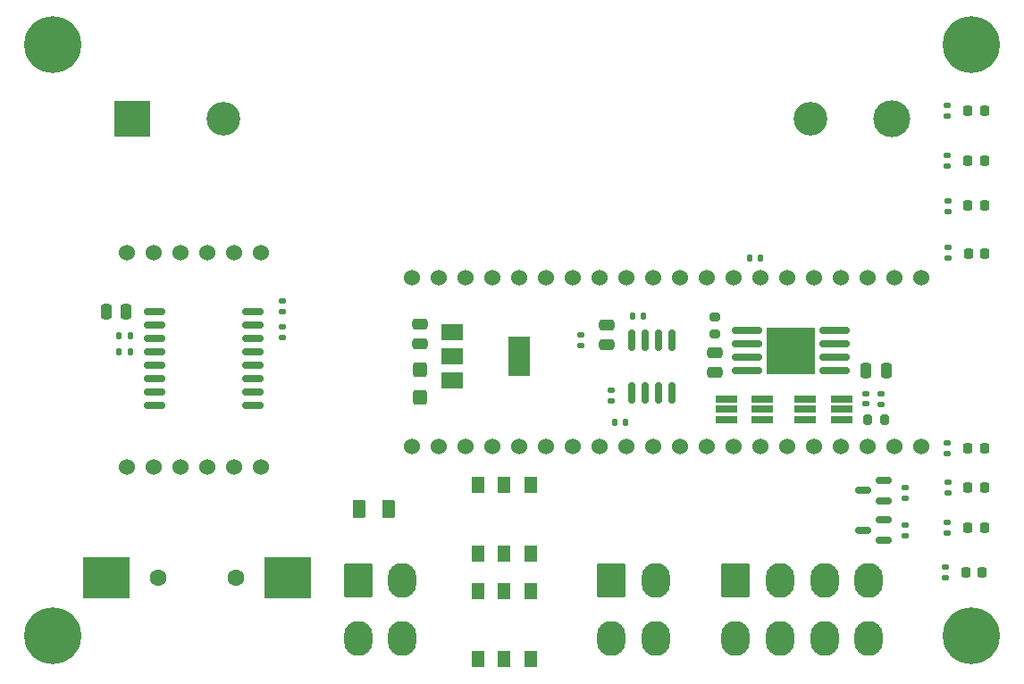
<source format=gbr>
%TF.GenerationSoftware,KiCad,Pcbnew,6.0.8-f2edbf62ab~116~ubuntu20.04.1*%
%TF.CreationDate,2022-10-28T14:46:09-03:00*%
%TF.ProjectId,+puntosV2,2b70756e-746f-4735-9632-2e6b69636164,rev?*%
%TF.SameCoordinates,Original*%
%TF.FileFunction,Soldermask,Top*%
%TF.FilePolarity,Negative*%
%FSLAX46Y46*%
G04 Gerber Fmt 4.6, Leading zero omitted, Abs format (unit mm)*
G04 Created by KiCad (PCBNEW 6.0.8-f2edbf62ab~116~ubuntu20.04.1) date 2022-10-28 14:46:09*
%MOMM*%
%LPD*%
G01*
G04 APERTURE LIST*
G04 Aperture macros list*
%AMRoundRect*
0 Rectangle with rounded corners*
0 $1 Rounding radius*
0 $2 $3 $4 $5 $6 $7 $8 $9 X,Y pos of 4 corners*
0 Add a 4 corners polygon primitive as box body*
4,1,4,$2,$3,$4,$5,$6,$7,$8,$9,$2,$3,0*
0 Add four circle primitives for the rounded corners*
1,1,$1+$1,$2,$3*
1,1,$1+$1,$4,$5*
1,1,$1+$1,$6,$7*
1,1,$1+$1,$8,$9*
0 Add four rect primitives between the rounded corners*
20,1,$1+$1,$2,$3,$4,$5,0*
20,1,$1+$1,$4,$5,$6,$7,0*
20,1,$1+$1,$6,$7,$8,$9,0*
20,1,$1+$1,$8,$9,$2,$3,0*%
G04 Aperture macros list end*
%ADD10RoundRect,0.218750X-0.218750X-0.256250X0.218750X-0.256250X0.218750X0.256250X-0.218750X0.256250X0*%
%ADD11RoundRect,0.250000X0.250000X0.475000X-0.250000X0.475000X-0.250000X-0.475000X0.250000X-0.475000X0*%
%ADD12RoundRect,0.135000X0.185000X-0.135000X0.185000X0.135000X-0.185000X0.135000X-0.185000X-0.135000X0*%
%ADD13RoundRect,0.150000X0.587500X0.150000X-0.587500X0.150000X-0.587500X-0.150000X0.587500X-0.150000X0*%
%ADD14RoundRect,0.250000X0.475000X-0.250000X0.475000X0.250000X-0.475000X0.250000X-0.475000X-0.250000X0*%
%ADD15R,1.200000X1.600000*%
%ADD16RoundRect,0.250001X-1.099999X-1.399999X1.099999X-1.399999X1.099999X1.399999X-1.099999X1.399999X0*%
%ADD17O,2.700000X3.300000*%
%ADD18RoundRect,0.135000X-0.135000X-0.185000X0.135000X-0.185000X0.135000X0.185000X-0.135000X0.185000X0*%
%ADD19RoundRect,0.135000X-0.185000X0.135000X-0.185000X-0.135000X0.185000X-0.135000X0.185000X0.135000X0*%
%ADD20RoundRect,0.135000X0.135000X0.185000X-0.135000X0.185000X-0.135000X-0.185000X0.135000X-0.185000X0*%
%ADD21RoundRect,0.200000X0.200000X0.275000X-0.200000X0.275000X-0.200000X-0.275000X0.200000X-0.275000X0*%
%ADD22RoundRect,0.175000X-1.250000X-0.175000X1.250000X-0.175000X1.250000X0.175000X-1.250000X0.175000X0*%
%ADD23R,4.570000X4.450000*%
%ADD24RoundRect,0.150000X-0.875000X-0.150000X0.875000X-0.150000X0.875000X0.150000X-0.875000X0.150000X0*%
%ADD25R,2.000000X0.650000*%
%ADD26RoundRect,0.140000X-0.170000X0.140000X-0.170000X-0.140000X0.170000X-0.140000X0.170000X0.140000X0*%
%ADD27RoundRect,0.200000X-0.275000X0.200000X-0.275000X-0.200000X0.275000X-0.200000X0.275000X0.200000X0*%
%ADD28RoundRect,0.250000X-0.375000X-0.625000X0.375000X-0.625000X0.375000X0.625000X-0.375000X0.625000X0*%
%ADD29RoundRect,0.250000X-0.425000X0.450000X-0.425000X-0.450000X0.425000X-0.450000X0.425000X0.450000X0*%
%ADD30C,3.200000*%
%ADD31R,3.500000X3.500000*%
%ADD32C,3.500000*%
%ADD33RoundRect,0.218750X0.218750X0.256250X-0.218750X0.256250X-0.218750X-0.256250X0.218750X-0.256250X0*%
%ADD34RoundRect,0.150000X0.150000X-0.825000X0.150000X0.825000X-0.150000X0.825000X-0.150000X-0.825000X0*%
%ADD35R,4.500000X4.000000*%
%ADD36C,1.600000*%
%ADD37C,0.800000*%
%ADD38C,5.400000*%
%ADD39C,1.524000*%
%ADD40R,2.000000X1.500000*%
%ADD41R,2.000000X3.800000*%
%ADD42RoundRect,0.250000X-0.475000X0.250000X-0.475000X-0.250000X0.475000X-0.250000X0.475000X0.250000X0*%
G04 APERTURE END LIST*
D10*
%TO.C,D901*%
X136712500Y-76000000D03*
X138287500Y-76000000D03*
%TD*%
D11*
%TO.C,C203*%
X128950000Y-64860000D03*
X127050000Y-64860000D03*
%TD*%
D12*
%TO.C,R906*%
X130750000Y-80510000D03*
X130750000Y-79490000D03*
%TD*%
%TO.C,R902*%
X134750000Y-72760000D03*
X134750000Y-71740000D03*
%TD*%
D13*
%TO.C,Q902*%
X128687500Y-80950000D03*
X128687500Y-79050000D03*
X126812500Y-80000000D03*
%TD*%
D14*
%TO.C,C302*%
X84758000Y-62377000D03*
X84758000Y-60477000D03*
%TD*%
D15*
%TO.C,SW102*%
X90250000Y-75750000D03*
X92750000Y-75750000D03*
X95250000Y-75750000D03*
X90250000Y-82250000D03*
X92750000Y-82250000D03*
X95250000Y-82250000D03*
%TD*%
D16*
%TO.C,J101*%
X78900000Y-84750000D03*
D17*
X83100000Y-84750000D03*
X78900000Y-90250000D03*
X83100000Y-90250000D03*
%TD*%
D10*
%TO.C,D201*%
X136712500Y-49250000D03*
X138287500Y-49250000D03*
%TD*%
D18*
%TO.C,R401*%
X103240000Y-69750000D03*
X104260000Y-69750000D03*
%TD*%
D19*
%TO.C,R901*%
X134787500Y-75490000D03*
X134787500Y-76510000D03*
%TD*%
D20*
%TO.C,R601*%
X117010000Y-54250000D03*
X115990000Y-54250000D03*
%TD*%
%TO.C,R802*%
X57310000Y-63100000D03*
X56290000Y-63100000D03*
%TD*%
D19*
%TO.C,R701*%
X100000000Y-61490000D03*
X100000000Y-62510000D03*
%TD*%
D10*
%TO.C,D301*%
X136712500Y-45000000D03*
X138287500Y-45000000D03*
%TD*%
D11*
%TO.C,C801*%
X56950000Y-59250000D03*
X55050000Y-59250000D03*
%TD*%
D21*
%TO.C,R202*%
X128825000Y-69550000D03*
X127175000Y-69550000D03*
%TD*%
D22*
%TO.C,U201*%
X115740000Y-61095000D03*
X115740000Y-62365000D03*
X115740000Y-63635000D03*
X115740000Y-64905000D03*
X124040000Y-64905000D03*
X124040000Y-63635000D03*
X124040000Y-62365000D03*
X124040000Y-61095000D03*
D23*
X119890000Y-63000000D03*
%TD*%
D16*
%TO.C,J601*%
X102900000Y-84750000D03*
D17*
X107100000Y-84750000D03*
X102900000Y-90250000D03*
X107100000Y-90250000D03*
%TD*%
D10*
%TO.C,D902*%
X136712500Y-72250000D03*
X138287500Y-72250000D03*
%TD*%
D15*
%TO.C,SW101*%
X90250000Y-85750000D03*
X92750000Y-85750000D03*
X95250000Y-85750000D03*
X90250000Y-92250000D03*
X92750000Y-92250000D03*
X95250000Y-92250000D03*
%TD*%
D24*
%TO.C,U801*%
X59663600Y-59297800D03*
X59663600Y-60567800D03*
X59663600Y-61837800D03*
X59663600Y-63107800D03*
X59663600Y-64377800D03*
X59663600Y-65647800D03*
X59663600Y-66917800D03*
X59663600Y-68187800D03*
X68963600Y-68187800D03*
X68963600Y-66917800D03*
X68963600Y-65647800D03*
X68963600Y-64377800D03*
X68963600Y-63107800D03*
X68963600Y-61837800D03*
X68963600Y-60567800D03*
X68963600Y-59297800D03*
%TD*%
D19*
%TO.C,R903*%
X134750000Y-79250000D03*
X134750000Y-80270000D03*
%TD*%
D10*
%TO.C,D401*%
X136712500Y-40250000D03*
X138287500Y-40250000D03*
%TD*%
D25*
%TO.C,U203*%
X113790000Y-67600000D03*
X113790000Y-68550000D03*
X113790000Y-69500000D03*
X117210000Y-69500000D03*
X117210000Y-68550000D03*
X117210000Y-67600000D03*
%TD*%
D26*
%TO.C,C202*%
X127000000Y-67070000D03*
X127000000Y-68030000D03*
%TD*%
D27*
%TO.C,R201*%
X112750000Y-59785000D03*
X112750000Y-61435000D03*
%TD*%
D28*
%TO.C,F101*%
X79000000Y-78000000D03*
X81800000Y-78000000D03*
%TD*%
D12*
%TO.C,R203*%
X128500000Y-68060000D03*
X128500000Y-67040000D03*
%TD*%
D29*
%TO.C,C301*%
X84750000Y-64750000D03*
X84750000Y-67450000D03*
%TD*%
D18*
%TO.C,R703*%
X104897000Y-59732000D03*
X105917000Y-59732000D03*
%TD*%
D30*
%TO.C,J201*%
X66145000Y-41000000D03*
X121755000Y-41000000D03*
D31*
X57500000Y-41000000D03*
D32*
X129500000Y-41000000D03*
%TD*%
D16*
%TO.C,J901*%
X114700000Y-84750000D03*
D17*
X118900000Y-84750000D03*
X123100000Y-84750000D03*
X127300000Y-84750000D03*
X114700000Y-90250000D03*
X118900000Y-90250000D03*
X123100000Y-90250000D03*
X127300000Y-90250000D03*
%TD*%
D33*
%TO.C,D904*%
X138075000Y-84000000D03*
X136500000Y-84000000D03*
%TD*%
D12*
%TO.C,R403*%
X134761000Y-40760000D03*
X134761000Y-39740000D03*
%TD*%
D25*
%TO.C,U202*%
X121290000Y-67600000D03*
X121290000Y-68550000D03*
X121290000Y-69500000D03*
X124710000Y-69500000D03*
X124710000Y-68550000D03*
X124710000Y-67600000D03*
%TD*%
D12*
%TO.C,R204*%
X134800800Y-49830000D03*
X134800800Y-48810000D03*
%TD*%
%TO.C,R905*%
X134537500Y-84510000D03*
X134537500Y-83490000D03*
%TD*%
D19*
%TO.C,R301*%
X134750000Y-44490000D03*
X134750000Y-45510000D03*
%TD*%
%TO.C,R804*%
X71750000Y-60740000D03*
X71750000Y-61760000D03*
%TD*%
D34*
%TO.C,U701*%
X104845000Y-66975000D03*
X106115000Y-66975000D03*
X107385000Y-66975000D03*
X108655000Y-66975000D03*
X108655000Y-62025000D03*
X107385000Y-62025000D03*
X106115000Y-62025000D03*
X104845000Y-62025000D03*
%TD*%
D33*
%TO.C,D903*%
X138287500Y-79750000D03*
X136712500Y-79750000D03*
%TD*%
D12*
%TO.C,R702*%
X102907000Y-67742000D03*
X102907000Y-66722000D03*
%TD*%
D20*
%TO.C,R801*%
X57310000Y-61600000D03*
X56290000Y-61600000D03*
%TD*%
D12*
%TO.C,R205*%
X134787500Y-54250000D03*
X134787500Y-53230000D03*
%TD*%
D35*
%TO.C,BT801*%
X72250000Y-84500000D03*
X55050000Y-84500000D03*
D36*
X67350000Y-84500000D03*
X59950000Y-84500000D03*
%TD*%
D10*
%TO.C,D202*%
X136750000Y-53750000D03*
X138325000Y-53750000D03*
%TD*%
D14*
%TO.C,C201*%
X112750000Y-65060000D03*
X112750000Y-63160000D03*
%TD*%
D12*
%TO.C,R904*%
X130750000Y-77010000D03*
X130750000Y-75990000D03*
%TD*%
D13*
%TO.C,Q901*%
X128687500Y-77200000D03*
X128687500Y-75300000D03*
X126812500Y-76250000D03*
%TD*%
D37*
%TO.C,H4*%
X48568109Y-35431891D03*
X52025000Y-34000000D03*
X47975000Y-34000000D03*
X48568109Y-32568109D03*
D38*
X50000000Y-34000000D03*
D37*
X50000000Y-31975000D03*
X50000000Y-36025000D03*
X51431891Y-32568109D03*
X51431891Y-35431891D03*
%TD*%
D12*
%TO.C,R803*%
X71750000Y-59260000D03*
X71750000Y-58240000D03*
%TD*%
D37*
%TO.C,H3*%
X47975000Y-90000000D03*
X50000000Y-87975000D03*
X50000000Y-92025000D03*
X48568109Y-91431891D03*
D38*
X50000000Y-90000000D03*
D37*
X48568109Y-88568109D03*
X51431891Y-88568109D03*
X52025000Y-90000000D03*
X51431891Y-91431891D03*
%TD*%
D39*
%TO.C,U401*%
X84060000Y-72100000D03*
X86600000Y-72100000D03*
X89140000Y-72100000D03*
X91680000Y-72100000D03*
X94220000Y-72100000D03*
X96760000Y-72100000D03*
X99300000Y-72100000D03*
X101840000Y-72100000D03*
X104380000Y-72100000D03*
X106920000Y-72100000D03*
X109460000Y-72100000D03*
X112000000Y-72100000D03*
X114540000Y-72100000D03*
X117080000Y-72100000D03*
X119620000Y-72100000D03*
X122160000Y-72100000D03*
X124700000Y-72100000D03*
X127240000Y-72100000D03*
X129780000Y-72100000D03*
X132320000Y-72100000D03*
X132320000Y-56100000D03*
X129780000Y-56100000D03*
X127240000Y-56100000D03*
X124700000Y-56100000D03*
X122160000Y-56100000D03*
X119620000Y-56100000D03*
X117080000Y-56100000D03*
X114540000Y-56100000D03*
X112000000Y-56100000D03*
X109460000Y-56100000D03*
X106920000Y-56100000D03*
X104380000Y-56100000D03*
X101840000Y-56100000D03*
X99300000Y-56100000D03*
X96760000Y-56100000D03*
X94220000Y-56100000D03*
X91680000Y-56100000D03*
X89140000Y-56100000D03*
X86600000Y-56100000D03*
X84060000Y-56100000D03*
%TD*%
D40*
%TO.C,U301*%
X87850000Y-61200000D03*
D41*
X94150000Y-63500000D03*
D40*
X87850000Y-63500000D03*
X87850000Y-65800000D03*
%TD*%
D37*
%TO.C,H2*%
X138431891Y-91431891D03*
X139025000Y-90000000D03*
X135568109Y-88568109D03*
X137000000Y-87975000D03*
X137000000Y-92025000D03*
X138431891Y-88568109D03*
D38*
X137000000Y-90000000D03*
D37*
X134975000Y-90000000D03*
X135568109Y-91431891D03*
%TD*%
D42*
%TO.C,C701*%
X102500000Y-60550000D03*
X102500000Y-62450000D03*
%TD*%
D39*
%TO.C,U501*%
X57050000Y-53680000D03*
X59590000Y-53680000D03*
X62130000Y-53680000D03*
X64670000Y-53680000D03*
X67210000Y-53680000D03*
X69750000Y-53680000D03*
X69750000Y-74000000D03*
X67210000Y-74000000D03*
X64670000Y-74000000D03*
X62130000Y-74000000D03*
X59590000Y-74000000D03*
X57050000Y-74000000D03*
%TD*%
D37*
%TO.C,H1*%
X139025000Y-34000000D03*
D38*
X137000000Y-34000000D03*
D37*
X137000000Y-36025000D03*
X137000000Y-31975000D03*
X135568109Y-35431891D03*
X138431891Y-35431891D03*
X135568109Y-32568109D03*
X134975000Y-34000000D03*
X138431891Y-32568109D03*
%TD*%
M02*

</source>
